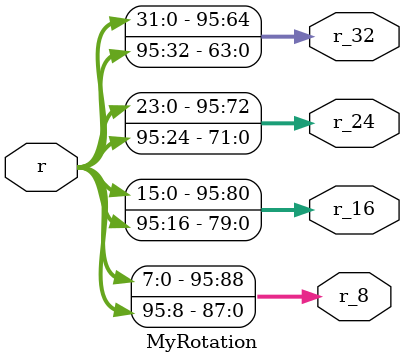
<source format=v>

/*
* -----------------------------------------------------------------
* AUTHOR  : Aein Rezaei Shahmirzadi (aein.rezaeishahmirzadi@rub.de)
* DOCUMENT: "Low-Latency and Low-Randomness Second-Order Masked Cubic Functions", TCHES 2023, Issue 1.
* -----------------------------------------------------------------
*
* Copyright (c) 2021, Aein Rezaei Shahmirzadi
*
* All rights reserved.
*
* THIS SOFTWARE IS PROVIDED BY THE COPYRIGHT HOLDERS AND CONTRIBUTORS "AS IS" AND
* ANY EXPRESS OR IMPLIED WARRANTIES, INCLUDING, BUT NOT LIMITED TO, THE IMPLIED
* WARRANTIES OF MERCHANTABILITY AND FITNESS FOR A PARTICULAR PURPOSE ARE
* DISCLAIMED. IN NO EVENT SHALL THE COPYRIGHT HOLDER OR CONTRIBUTERS BE LIABLE FOR ANY
* DIRECT, INDIRECT, INCIDENTAL, SPECIAL, EXEMPLARY, OR CONSEQUENTIAL DAMAGES
* (INCLUDING, BUT NOT LIMITED TO, PROCUREMENT OF SUBSTITUTE GOODS OR SERVICES;
* LOSS OF USE, DATA, OR PROFITS; OR BUSINESS INTERRUPTION) HOWEVER CAUSED AND
* ON ANY THEORY OF LIABILITY, WHETHER IN CONTRACT, STRICT LIABILITY, OR TORT
* (INCLUDING NEGLIGENCE OR OTHERWISE) ARISING IN ANY WAY OUT OF THE USE OF THIS
* SOFTWARE, EVEN IF ADVISED OF THE POSSIBILITY OF SUCH DAMAGE.
*
* Please see LICENSE and README for license and further instructions.
*/


module MyRotation(
    input [95:0] r,
    output [95:0] r_8,
    output [95:0] r_16,
    output [95:0] r_24,
    output [95:0] r_32 );
	 
	 
	 assign r_8  = {r[7 :0], r[95:8 ]};
	 assign r_16 = {r[15:0], r[95:16]};
	 assign r_24 = {r[23:0], r[95:24]};
	 assign r_32 = {r[31:0], r[95:32]};


endmodule

</source>
